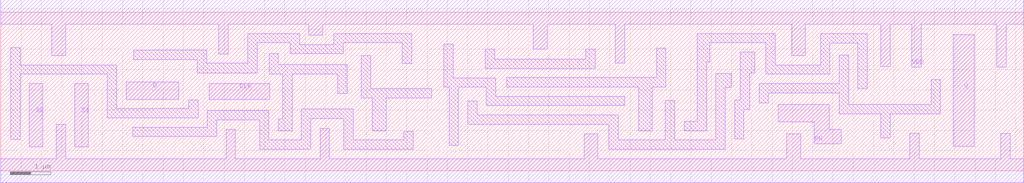
<source format=lef>
# Copyright 2022 GlobalFoundries PDK Authors
#
# Licensed under the Apache License, Version 2.0 (the "License");
# you may not use this file except in compliance with the License.
# You may obtain a copy of the License at
#
#      http://www.apache.org/licenses/LICENSE-2.0
#
# Unless required by applicable law or agreed to in writing, software
# distributed under the License is distributed on an "AS IS" BASIS,
# WITHOUT WARRANTIES OR CONDITIONS OF ANY KIND, either express or implied.
# See the License for the specific language governing permissions and
# limitations under the License.

MACRO gf180mcu_fd_sc_mcu7t5v0__sdffrnq_2
  CLASS core ;
  FOREIGN gf180mcu_fd_sc_mcu7t5v0__sdffrnq_2 0.0 0.0 ;
  ORIGIN 0 0 ;
  SYMMETRY X Y ;
  SITE GF018hv5v_mcu_sc7 ;
  SIZE 25.2 BY 3.92 ;
  PIN D
    DIRECTION INPUT ;
    ANTENNAGATEAREA 0.531 ;
    PORT
      LAYER METAL1 ;
        POLYGON 3.095 1.765 4.39 1.765 4.39 2.19 3.095 2.19  ;
    END
  END D
  PIN RN
    DIRECTION INPUT ;
    ANTENNAGATEAREA 1.315 ;
    PORT
      LAYER METAL1 ;
        POLYGON 19.155 1.21 20.035 1.21 20.035 0.665 20.7 0.665 20.7 1.02 20.41 1.02 20.41 1.635 19.155 1.635  ;
    END
  END RN
  PIN SE
    DIRECTION INPUT ;
    ANTENNAGATEAREA 1.062 ;
    PORT
      LAYER METAL1 ;
        POLYGON 0.705 0.595 1.03 0.595 1.03 2.15 0.705 2.15  ;
    END
  END SE
  PIN SI
    DIRECTION INPUT ;
    ANTENNAGATEAREA 0.531 ;
    PORT
      LAYER METAL1 ;
        POLYGON 1.825 0.595 2.15 0.595 2.15 2.15 1.825 2.15  ;
    END
  END SI
  PIN CLK
    DIRECTION INPUT ;
    USE clock ;
    ANTENNAGATEAREA 0.7415 ;
    PORT
      LAYER METAL1 ;
        POLYGON 5.13 1.765 6.63 1.765 6.63 2.155 5.13 2.155  ;
    END
  END CLK
  PIN Q
    DIRECTION OUTPUT ;
    ANTENNADIFFAREA 1.11375 ;
    PORT
      LAYER METAL1 ;
        POLYGON 23.46 0.6 23.98 0.6 23.98 3.36 23.46 3.36  ;
    END
  END Q
  PIN VDD
    DIRECTION INOUT ;
    USE power ;
    SHAPE ABUTMENT ;
    PORT
      LAYER METAL1 ;
        POLYGON 0 3.62 1.26 3.62 1.26 2.845 1.6 2.845 1.6 3.62 5.375 3.62 5.375 2.885 5.605 2.885 5.605 3.62 7.59 3.62 7.59 3.35 7.93 3.35 7.93 3.62 10.125 3.62 10.62 3.62 13.12 3.62 13.12 3 13.46 3 13.46 3.62 14.645 3.62 15.135 3.62 15.135 2.665 15.365 2.665 15.365 3.62 16.385 3.62 19.48 3.62 19.48 2.845 19.82 2.845 19.82 3.62 21.345 3.62 21.675 3.62 21.675 2.57 21.905 2.57 21.905 3.62 22.445 3.62 22.445 2.56 22.675 2.56 22.675 3.62 23.145 3.62 24.535 3.62 24.535 2.56 24.765 2.56 24.765 3.62 25.2 3.62 25.2 4.22 23.145 4.22 21.345 4.22 16.385 4.22 14.645 4.22 10.62 4.22 10.125 4.22 0 4.22  ;
    END
  END VDD
  PIN VSS
    DIRECTION INOUT ;
    USE ground ;
    SHAPE ABUTMENT ;
    PORT
      LAYER METAL1 ;
        POLYGON 0 -0.3 25.2 -0.3 25.2 0.3 24.865 0.3 24.865 0.925 24.635 0.925 24.635 0.3 22.625 0.3 22.625 0.925 22.395 0.925 22.395 0.3 19.7 0.3 19.7 0.915 19.36 0.915 19.36 0.3 14.71 0.3 14.71 0.915 14.37 0.915 14.37 0.3 8.095 0.3 8.095 1.045 7.865 1.045 7.865 0.3 5.78 0.3 5.78 1.025 5.55 1.025 5.55 0.3 1.595 0.3 1.595 1.14 1.365 1.14 1.365 0.3 0 0.3  ;
    END
  END VSS
  OBS
      LAYER METAL1 ;
        POLYGON 0.245 0.78 0.475 0.78 0.475 2.385 2.625 2.385 2.625 1.305 4.86 1.305 4.86 1.75 4.63 1.75 4.63 1.535 2.855 1.535 2.855 2.615 0.475 2.615 0.475 3.04 0.245 3.04  ;
        POLYGON 6.61 2.385 6.945 2.385 6.945 1.275 6.835 1.275 6.835 0.99 7.175 0.99 7.175 2.385 8.305 2.385 8.305 1.91 8.535 1.91 8.535 2.62 6.84 2.62 6.84 2.89 6.61 2.89  ;
        POLYGON 3.27 2.745 4.845 2.745 4.845 2.42 6.315 2.42 6.315 3.16 7.13 3.16 7.13 2.89 8.435 2.89 8.435 3.16 9.895 3.16 9.895 2.645 10.125 2.645 10.125 3.39 8.205 3.39 8.205 3.12 7.36 3.12 7.36 3.39 6.085 3.39 6.085 2.655 5.075 2.655 5.075 2.975 3.27 2.975  ;
        POLYGON 3.25 0.845 5.32 0.845 5.32 1.26 6.375 1.26 6.375 0.53 7.635 0.53 7.635 1.295 8.45 1.295 8.45 0.53 10.155 0.53 10.155 0.97 9.925 0.97 9.925 0.76 8.68 0.76 8.68 1.53 7.405 1.53 7.405 0.76 6.605 0.76 6.605 1.49 5.09 1.49 5.09 1.075 3.25 1.075  ;
        POLYGON 8.885 1.8 9.15 1.8 9.15 0.99 9.49 0.99 9.49 1.8 10.62 1.8 10.62 2.035 9.115 2.035 9.115 2.845 8.885 2.845  ;
        POLYGON 11.935 2.53 14.645 2.53 14.645 3.005 14.415 3.005 14.415 2.76 12.165 2.76 12.165 3.005 11.935 3.005  ;
        POLYGON 10.915 2.065 11.045 2.065 11.045 0.63 11.275 0.63 11.275 2.065 11.965 2.065 11.965 1.61 15.37 1.61 15.37 1.84 12.195 1.84 12.195 2.295 11.145 2.295 11.145 3.125 10.915 3.125  ;
        POLYGON 12.46 2.07 15.71 2.07 15.71 0.99 16.05 0.99 16.05 2.07 16.385 2.07 16.385 3.035 16.155 3.035 16.155 2.3 12.46 2.3  ;
        POLYGON 11.505 1.145 14.98 1.145 14.98 0.53 17.845 0.53 17.845 2.06 17.99 2.06 17.99 2.4 17.615 2.4 17.615 0.76 16.6 0.76 16.6 1.735 16.37 1.735 16.37 0.76 15.21 0.76 15.21 1.375 11.735 1.375 11.735 1.72 11.505 1.72  ;
        POLYGON 18.075 0.79 18.305 0.79 18.305 1.51 18.45 1.51 18.45 2.42 18.57 2.42 18.57 2.93 18.22 2.93 18.22 1.745 18.075 1.745  ;
        POLYGON 16.83 0.99 17.385 0.99 17.385 2.69 17.46 2.69 17.46 3.16 18.845 3.16 18.845 2.385 20.425 2.385 20.425 3.155 21.115 3.155 21.115 2.03 21.345 2.03 21.345 3.39 20.195 3.39 20.195 2.615 19.075 2.615 19.075 3.39 17.155 3.39 17.155 1.22 16.83 1.22  ;
        POLYGON 18.68 1.68 18.91 1.68 18.91 1.925 20.655 1.925 20.655 1.405 21.675 1.405 21.675 0.81 21.905 0.81 21.905 1.405 23.145 1.405 23.145 2.25 22.915 2.25 22.915 1.635 20.885 1.635 20.885 2.86 20.655 2.86 20.655 2.155 18.68 2.155  ;
  END
END gf180mcu_fd_sc_mcu7t5v0__sdffrnq_2

</source>
